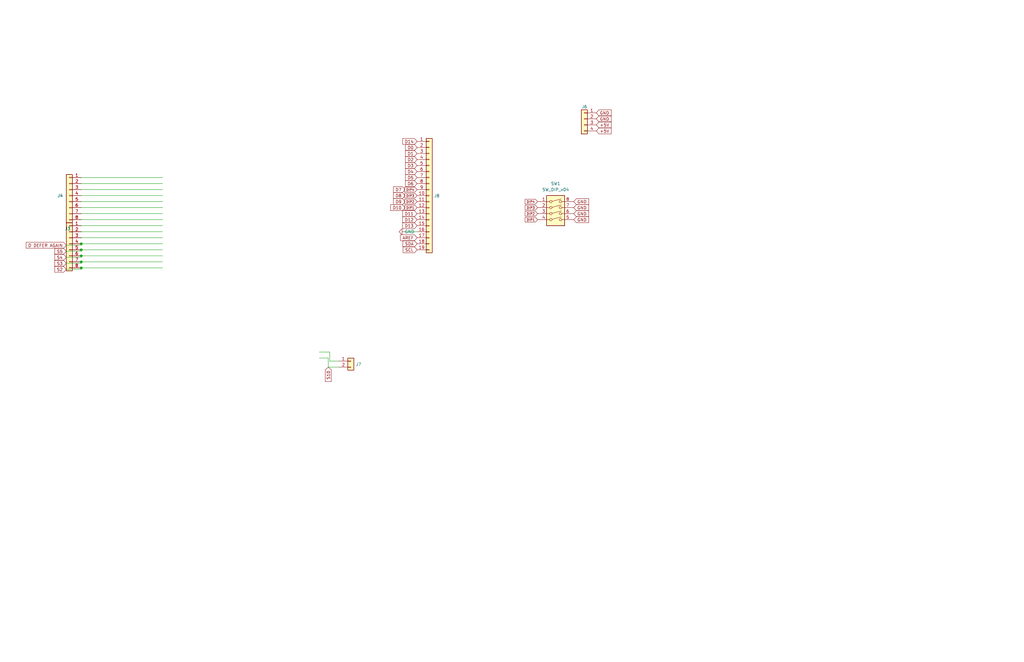
<source format=kicad_sch>
(kicad_sch (version 20230121) (generator eeschema)
  (paper "User" 431.8 279.4)
  (lib_symbols
    (symbol "Connector_Generic:Conn_01x02" (pin_names (offset 1.016) hide)
      (property "Reference" "J" (at 0 2.54 0))
      (property "Value" "Conn_01x02" (at 0 -5.08 0))
      (symbol "Conn_01x02_1_1"
        (rectangle (start -1.27 -2.413) (end 0 -2.667) (stroke (width 0.1524)))
        (rectangle (start -1.27 0.127) (end 0 -0.127) (stroke (width 0.1524)))
        (rectangle (start -1.27 1.27) (end 1.27 -3.81) (stroke (width 0.254)) (fill (type background)))
        (pin passive line (at -5.08 0 0) (length 3.81) (name "Pin_1") (number "1"))
        (pin passive line (at -5.08 -2.54 0) (length 3.81) (name "Pin_2") (number "2"))
      )
    )
    (symbol "Connector_Generic:Conn_01x04" (pin_names (offset 1.016) hide)
      (property "Reference" "J" (at 0 5.08 0))
      (property "Value" "Conn_01x04" (at 0 -7.62 0))
      (symbol "Conn_01x04_1_1"
        (rectangle (start -1.27 -4.953) (end 0 -5.207) (stroke (width 0.1524)))
        (rectangle (start -1.27 -2.413) (end 0 -2.667) (stroke (width 0.1524)))
        (rectangle (start -1.27 0.127) (end 0 -0.127) (stroke (width 0.1524)))
        (rectangle (start -1.27 2.667) (end 0 2.413) (stroke (width 0.1524)))
        (rectangle (start -1.27 3.81) (end 1.27 -6.35) (stroke (width 0.254)) (fill (type background)))
        (pin passive line (at -5.08 2.54 0) (length 3.81) (name "Pin_1") (number "1"))
        (pin passive line (at -5.08 0 0) (length 3.81) (name "Pin_2") (number "2"))
        (pin passive line (at -5.08 -2.54 0) (length 3.81) (name "Pin_3") (number "3"))
        (pin passive line (at -5.08 -5.08 0) (length 3.81) (name "Pin_4") (number "4"))
      )
    )
    (symbol "Connector_Generic:Conn_01x08" (pin_names (offset 1.016) hide)
      (property "Reference" "J" (at 0 10.16 0))
      (property "Value" "Conn_01x08" (at 0 -12.7 0))
      (symbol "Conn_01x08_1_1"
        (rectangle (start -1.27 -10.033) (end 0 -10.287) (stroke (width 0.1524)))
        (rectangle (start -1.27 -7.493) (end 0 -7.747) (stroke (width 0.1524)))
        (rectangle (start -1.27 -4.953) (end 0 -5.207) (stroke (width 0.1524)))
        (rectangle (start -1.27 -2.413) (end 0 -2.667) (stroke (width 0.1524)))
        (rectangle (start -1.27 0.127) (end 0 -0.127) (stroke (width 0.1524)))
        (rectangle (start -1.27 2.667) (end 0 2.413) (stroke (width 0.1524)))
        (rectangle (start -1.27 5.207) (end 0 4.953) (stroke (width 0.1524)))
        (rectangle (start -1.27 7.747) (end 0 7.493) (stroke (width 0.1524)))
        (rectangle (start -1.27 8.89) (end 1.27 -11.43) (stroke (width 0.254)) (fill (type background)))
        (pin passive line (at -5.08 7.62 0) (length 3.81) (name "Pin_1") (number "1"))
        (pin passive line (at -5.08 5.08 0) (length 3.81) (name "Pin_2") (number "2"))
        (pin passive line (at -5.08 2.54 0) (length 3.81) (name "Pin_3") (number "3"))
        (pin passive line (at -5.08 0 0) (length 3.81) (name "Pin_4") (number "4"))
        (pin passive line (at -5.08 -2.54 0) (length 3.81) (name "Pin_5") (number "5"))
        (pin passive line (at -5.08 -5.08 0) (length 3.81) (name "Pin_6") (number "6"))
        (pin passive line (at -5.08 -7.62 0) (length 3.81) (name "Pin_7") (number "7"))
        (pin passive line (at -5.08 -10.16 0) (length 3.81) (name "Pin_8") (number "8"))
      )
    )
    (symbol "Connector_Generic:Conn_01x19" (pin_names (offset 1.016) hide)
      (property "Reference" "J" (at 0 25.4 0))
      (property "Value" "Conn_01x19" (at 0 -25.4 0))
      (symbol "Conn_01x19_1_1"
        (rectangle (start -1.27 -22.733) (end 0 -22.987) (stroke (width 0.1524)))
        (rectangle (start -1.27 -20.193) (end 0 -20.447) (stroke (width 0.1524)))
        (rectangle (start -1.27 -17.653) (end 0 -17.907) (stroke (width 0.1524)))
        (rectangle (start -1.27 -15.113) (end 0 -15.367) (stroke (width 0.1524)))
        (rectangle (start -1.27 -12.573) (end 0 -12.827) (stroke (width 0.1524)))
        (rectangle (start -1.27 -10.033) (end 0 -10.287) (stroke (width 0.1524)))
        (rectangle (start -1.27 -7.493) (end 0 -7.747) (stroke (width 0.1524)))
        (rectangle (start -1.27 -4.953) (end 0 -5.207) (stroke (width 0.1524)))
        (rectangle (start -1.27 -2.413) (end 0 -2.667) (stroke (width 0.1524)))
        (rectangle (start -1.27 0.127) (end 0 -0.127) (stroke (width 0.1524)))
        (rectangle (start -1.27 2.667) (end 0 2.413) (stroke (width 0.1524)))
        (rectangle (start -1.27 5.207) (end 0 4.953) (stroke (width 0.1524)))
        (rectangle (start -1.27 7.747) (end 0 7.493) (stroke (width 0.1524)))
        (rectangle (start -1.27 10.287) (end 0 10.033) (stroke (width 0.1524)))
        (rectangle (start -1.27 12.827) (end 0 12.573) (stroke (width 0.1524)))
        (rectangle (start -1.27 15.367) (end 0 15.113) (stroke (width 0.1524)))
        (rectangle (start -1.27 17.907) (end 0 17.653) (stroke (width 0.1524)))
        (rectangle (start -1.27 20.447) (end 0 20.193) (stroke (width 0.1524)))
        (rectangle (start -1.27 22.987) (end 0 22.733) (stroke (width 0.1524)))
        (rectangle (start -1.27 24.13) (end 1.27 -24.13) (stroke (width 0.254)) (fill (type background)))
        (pin passive line (at -5.08 22.86 0) (length 3.81) (name "Pin_1") (number "1"))
        (pin passive line (at -5.08 0 0) (length 3.81) (name "Pin_10") (number "10"))
        (pin passive line (at -5.08 -2.54 0) (length 3.81) (name "Pin_11") (number "11"))
        (pin passive line (at -5.08 -5.08 0) (length 3.81) (name "Pin_12") (number "12"))
        (pin passive line (at -5.08 -7.62 0) (length 3.81) (name "Pin_13") (number "13"))
        (pin passive line (at -5.08 -10.16 0) (length 3.81) (name "Pin_14") (number "14"))
        (pin passive line (at -5.08 -12.7 0) (length 3.81) (name "Pin_15") (number "15"))
        (pin passive line (at -5.08 -15.24 0) (length 3.81) (name "Pin_16") (number "16"))
        (pin passive line (at -5.08 -17.78 0) (length 3.81) (name "Pin_17") (number "17"))
        (pin passive line (at -5.08 -20.32 0) (length 3.81) (name "Pin_18") (number "18"))
        (pin passive line (at -5.08 -22.86 0) (length 3.81) (name "Pin_19") (number "19"))
        (pin passive line (at -5.08 20.32 0) (length 3.81) (name "Pin_2") (number "2"))
        (pin passive line (at -5.08 17.78 0) (length 3.81) (name "Pin_3") (number "3"))
        (pin passive line (at -5.08 15.24 0) (length 3.81) (name "Pin_4") (number "4"))
        (pin passive line (at -5.08 12.7 0) (length 3.81) (name "Pin_5") (number "5"))
        (pin passive line (at -5.08 10.16 0) (length 3.81) (name "Pin_6") (number "6"))
        (pin passive line (at -5.08 7.62 0) (length 3.81) (name "Pin_7") (number "7"))
        (pin passive line (at -5.08 5.08 0) (length 3.81) (name "Pin_8") (number "8"))
        (pin passive line (at -5.08 2.54 0) (length 3.81) (name "Pin_9") (number "9"))
      )
    )
    (symbol "Switch:SW_DIP_x04" (pin_names (offset 0) hide)
      (property "Reference" "SW" (at 0 8.89 0))
      (property "Value" "SW_DIP_x04" (at 0 -6.35 0))
      (symbol "SW_DIP_x04_0_0"
        (circle (center -2.032 -2.54) (radius 0.508))
        (circle (center -2.032 0) (radius 0.508))
        (circle (center -2.032 2.54) (radius 0.508))
        (circle (center -2.032 5.08) (radius 0.508))
        (polyline (pts (xy -1.524 -2.3876) (xy 2.3622 -1.3462)))
        (polyline (pts (xy -1.524 0.127) (xy 2.3622 1.1684)))
        (polyline (pts (xy -1.524 2.667) (xy 2.3622 3.7084)))
        (polyline (pts (xy -1.524 5.207) (xy 2.3622 6.2484)))
        (circle (center 2.032 -2.54) (radius 0.508))
        (circle (center 2.032 0) (radius 0.508))
        (circle (center 2.032 2.54) (radius 0.508))
        (circle (center 2.032 5.08) (radius 0.508))
      )
      (symbol "SW_DIP_x04_0_1"
        (rectangle (start -3.81 7.62) (end 3.81 -5.08) (stroke (width 0.254)) (fill (type background)))
      )
      (symbol "SW_DIP_x04_1_1"
        (pin passive line (at -7.62 5.08 0) (length 5.08) (name "~") (number "1"))
        (pin passive line (at -7.62 2.54 0) (length 5.08) (name "~") (number "2"))
        (pin passive line (at -7.62 0 0) (length 5.08) (name "~") (number "3"))
        (pin passive line (at -7.62 -2.54 0) (length 5.08) (name "~") (number "4"))
        (pin passive line (at 7.62 -2.54 180) (length 5.08) (name "~") (number "5"))
        (pin passive line (at 7.62 0 180) (length 5.08) (name "~") (number "6"))
        (pin passive line (at 7.62 2.54 180) (length 5.08) (name "~") (number "7"))
        (pin passive line (at 7.62 5.08 180) (length 5.08) (name "~") (number "8"))
      )
    )
    (symbol "power:GND" (power) (pin_names (offset 0))
      (property "Value" "GND" (at 0 -3.81 0))
      (symbol "GND_0_1"
        (polyline (pts (xy 0 0) (xy 0 -1.27) (xy 1.27 -1.27) (xy 0 -2.54) (xy -1.27 -1.27) (xy 0 -1.27)))
      )
      (symbol "GND_1_1"
        (pin power_in line (at 0 0 270) (length 0) hide (name "GND") (number "1"))
      )
    )
  )
  (junction (at 34.29 107.95))
  (junction (at 34.29 110.49))
  (junction (at 34.29 113.03))
  (junction (at 34.29 105.41))
  (junction (at 34.29 102.87))
  (wire (pts (xy 34.29 82.55) (xy 68.58 82.55)))
  (wire (pts (xy 34.29 92.71) (xy 68.58 92.71)))
  (wire (pts (xy 142.875 154.94) (xy 138.43 154.94)))
  (wire (pts (xy 34.29 105.41) (xy 34.29 106.045)))
  (wire (pts (xy 34.29 90.17) (xy 68.58 90.17)))
  (wire (pts (xy 34.29 107.95) (xy 34.29 108.585)))
  (wire (pts (xy 34.29 103.505) (xy 27.94 103.505)))
  (wire (pts (xy 34.29 100.33) (xy 68.58 100.33)))
  (wire (pts (xy 34.29 87.63) (xy 68.58 87.63)))
  (wire (pts (xy 139.065 152.4) (xy 142.875 152.4)))
  (wire (pts (xy 34.29 113.665) (xy 27.94 113.665)))
  (wire (pts (xy 34.29 111.125) (xy 27.94 111.125)))
  (wire (pts (xy 34.29 113.03) (xy 34.29 113.665)))
  (wire (pts (xy 34.29 106.045) (xy 27.94 106.045)))
  (wire (pts (xy 34.29 97.79) (xy 68.58 97.79)))
  (wire (pts (xy 34.29 105.41) (xy 68.58 105.41)))
  (wire (pts (xy 34.29 80.01) (xy 68.58 80.01)))
  (wire (pts (xy 34.29 110.49) (xy 68.58 110.49)))
  (wire (pts (xy 138.43 154.94) (xy 138.43 151.13)))
  (wire (pts (xy 34.29 107.95) (xy 68.58 107.95)))
  (wire (pts (xy 34.29 108.585) (xy 27.94 108.585)))
  (wire (pts (xy 170.815 97.79) (xy 175.895 97.79)))
  (wire (pts (xy 34.29 74.93) (xy 68.58 74.93)))
  (wire (pts (xy 34.29 102.87) (xy 68.58 102.87)))
  (wire (pts (xy 139.065 152.4) (xy 139.065 148.59)))
  (wire (pts (xy 34.29 113.03) (xy 68.58 113.03)))
  (wire (pts (xy 139.065 148.59) (xy 134.62 148.59)))
  (wire (pts (xy 34.29 110.49) (xy 34.29 111.125)))
  (wire (pts (xy 138.43 151.13) (xy 134.62 151.13)))
  (wire (pts (xy 34.29 77.47) (xy 68.58 77.47)))
  (wire (pts (xy 34.29 95.25) (xy 68.58 95.25)))
  (wire (pts (xy 34.29 102.87) (xy 34.29 103.505)))
  (wire (pts (xy 34.29 85.09) (xy 68.58 85.09)))
  (global_label "DIP3" (shape input) (at 226.695 87.63 180) (effects (font (size 0.9906 0.9906))) (property "Intersheetrefs" "${INTERSHEET_REFS}" (effects hide)))
  (global_label "GND" (shape input) (at 241.935 92.71 0) (property "Intersheetrefs" "${INTERSHEET_REFS}" (effects hide)))
  (global_label "GND" (shape input) (at 241.935 87.63 0) (property "Intersheetrefs" "${INTERSHEET_REFS}" (effects hide)))
  (global_label "D DEFER AGAIN" (shape input) (at 27.94 103.505 180) (property "Intersheetrefs" "${INTERSHEET_REFS}" (effects hide)))
  (global_label "+5V" (shape input) (at 251.46 55.245 0) (property "Intersheetrefs" "${INTERSHEET_REFS}" (effects hide)))
  (global_label "D3" (shape input) (at 175.895 69.85 180) (property "Intersheetrefs" "${INTERSHEET_REFS}" (effects hide)))
  (global_label "GND" (shape input) (at 251.46 50.165 0) (property "Intersheetrefs" "${INTERSHEET_REFS}" (effects hide)))
  (global_label "AREF" (shape input) (at 175.895 100.33 180) (property "Intersheetrefs" "${INTERSHEET_REFS}" (effects hide)))
  (global_label "SDA" (shape input) (at 175.895 102.87 180) (property "Intersheetrefs" "${INTERSHEET_REFS}" (effects hide)))
  (global_label "S5" (shape input) (at 27.94 106.045 180) (property "Intersheetrefs" "${INTERSHEET_REFS}" (effects hide)))
  (global_label "D2" (shape input) (at 175.895 67.31 180) (property "Intersheetrefs" "${INTERSHEET_REFS}" (effects hide)))
  (global_label "D1" (shape input) (at 175.895 64.77 180) (property "Intersheetrefs" "${INTERSHEET_REFS}" (effects hide)))
  (global_label "SCL" (shape input) (at 175.895 105.41 180) (property "Intersheetrefs" "${INTERSHEET_REFS}" (effects hide)))
  (global_label "D10" (shape input) (at 170.815 87.63 180) (property "Intersheetrefs" "${INTERSHEET_REFS}" (effects hide)))
  (global_label "S2" (shape input) (at 27.94 113.665 180) (property "Intersheetrefs" "${INTERSHEET_REFS}" (effects hide)))
  (global_label "DIP1" (shape input) (at 226.695 92.71 180) (effects (font (size 0.9906 0.9906))) (property "Intersheetrefs" "${INTERSHEET_REFS}" (effects hide)))
  (global_label "D11" (shape input) (at 175.895 90.17 180) (property "Intersheetrefs" "${INTERSHEET_REFS}" (effects hide)))
  (global_label "S4" (shape input) (at 27.94 108.585 180) (property "Intersheetrefs" "${INTERSHEET_REFS}" (effects hide)))
  (global_label "D9" (shape input) (at 170.815 85.09 180) (property "Intersheetrefs" "${INTERSHEET_REFS}" (effects hide)))
  (global_label "D5" (shape input) (at 175.895 74.93 180) (property "Intersheetrefs" "${INTERSHEET_REFS}" (effects hide)))
  (global_label "D13" (shape input) (at 175.895 95.25 180) (property "Intersheetrefs" "${INTERSHEET_REFS}" (effects hide)))
  (global_label "GND" (shape input) (at 251.46 47.625 0) (property "Intersheetrefs" "${INTERSHEET_REFS}" (effects hide)))
  (global_label "+5V" (shape input) (at 251.46 52.705 0) (property "Intersheetrefs" "${INTERSHEET_REFS}" (effects hide)))
  (global_label "D14" (shape input) (at 175.895 59.69 180) (property "Intersheetrefs" "${INTERSHEET_REFS}" (effects hide)))
  (global_label "DIP3" (shape input) (at 175.895 82.55 180) (effects (font (size 0.9906 0.9906))) (property "Intersheetrefs" "${INTERSHEET_REFS}" (effects hide)))
  (global_label "D6" (shape input) (at 175.895 77.47 180) (property "Intersheetrefs" "${INTERSHEET_REFS}" (effects hide)))
  (global_label "DIP2" (shape input) (at 226.695 90.17 180) (effects (font (size 0.9906 0.9906))) (property "Intersheetrefs" "${INTERSHEET_REFS}" (effects hide)))
  (global_label "DIP2" (shape input) (at 175.895 85.09 180) (effects (font (size 0.9906 0.9906))) (property "Intersheetrefs" "${INTERSHEET_REFS}" (effects hide)))
  (global_label "D4" (shape input) (at 175.895 72.39 180) (property "Intersheetrefs" "${INTERSHEET_REFS}" (effects hide)))
  (global_label "GND" (shape input) (at 241.935 85.09 0) (property "Intersheetrefs" "${INTERSHEET_REFS}" (effects hide)))
  (global_label "S10" (shape input) (at 138.43 154.94 270) (property "Intersheetrefs" "${INTERSHEET_REFS}" (effects hide)))
  (global_label "DIP1" (shape input) (at 175.895 87.63 180) (effects (font (size 0.9906 0.9906))) (property "Intersheetrefs" "${INTERSHEET_REFS}" (effects hide)))
  (global_label "D0" (shape input) (at 175.895 62.23 180) (property "Intersheetrefs" "${INTERSHEET_REFS}" (effects hide)))
  (global_label "DIP4" (shape input) (at 226.695 85.09 180) (effects (font (size 0.9906 0.9906))) (property "Intersheetrefs" "${INTERSHEET_REFS}" (effects hide)))
  (global_label "D8" (shape input) (at 170.815 82.55 180) (property "Intersheetrefs" "${INTERSHEET_REFS}" (effects hide)))
  (global_label "DIP4" (shape input) (at 175.895 80.01 180) (effects (font (size 0.9906 0.9906))) (property "Intersheetrefs" "${INTERSHEET_REFS}" (effects hide)))
  (global_label "S3" (shape input) (at 27.94 111.125 180) (property "Intersheetrefs" "${INTERSHEET_REFS}" (effects hide)))
  (global_label "D12" (shape input) (at 175.895 92.71 180) (property "Intersheetrefs" "${INTERSHEET_REFS}" (effects hide)))
  (global_label "D7" (shape input) (at 170.815 80.01 180) (property "Intersheetrefs" "${INTERSHEET_REFS}" (effects hide)))
  (global_label "GND" (shape input) (at 241.935 90.17 0) (property "Intersheetrefs" "${INTERSHEET_REFS}" (effects hide)))
  (symbol (lib_id "Connector_Generic:Conn_01x08") (at 29.21 102.87 0) (mirror y) (unit 1)
    (property "Reference" "J3" (at 28.575 96.52 0))
    (property "Value" "Conn_01x08" (effects hide))
    (property "Footprint" "port_nova:PinHeader_1x08_P2.54mm_Vertical" (effects hide))
  )
  (symbol (lib_id "Connector_Generic:Conn_01x08") (at 29.21 82.55 0) (mirror y) (unit 1)
    (property "Reference" "J4" (at 25.4 82.55 0))
    (property "Value" "Conn_01x08" (effects hide))
    (property "Footprint" "port_nova:PinHeader_1x08_P2.54mm_Vertical" (effects hide))
  )
  (symbol (lib_id "Connector_Generic:Conn_01x02") (at 147.955 152.4 0) (unit 1)
    (property "Reference" "J7" (at 149.987 153.7716 0) (effects (justify left)))
    (property "Value" "Conn_01x02" (effects hide))
    (property "Footprint" "port_nova:PinHeader_1x02_P2.54mm_Vertical" (effects hide))
  )
  (symbol (lib_id "Connector_Generic:Conn_01x19") (at 180.975 82.55 0) (unit 1)
    (property "Reference" "J8" (at 183.007 82.6516 0) (effects (justify left)))
    (property "Value" "Conn_01x19" (effects hide))
    (property "Footprint" "port_nova:PinHeader_1x19_P2.54mm_Vertical" (effects hide))
  )
  (symbol (lib_id "Connector_Generic:Conn_01x04") (at 246.38 50.165 0) (mirror y) (unit 1)
    (property "Reference" "J6" (at 247.65 45.085 0) (effects (justify left)))
    (property "Value" "Conn_01x04" (effects hide))
    (property "Footprint" "port_nova:PinHeader_1x04_P2.54mm_Vertical" (effects hide))
  )
  (symbol (lib_id "power:GND") (at 170.815 97.79 270) (unit 1)
    (property "Reference" "#PWR0101" (effects hide))
    (property "Value" "GND" (at 172.72 97.79 90))
  )
  (symbol (lib_id "Switch:SW_DIP_x04") (at 234.315 90.17 0) (unit 1)
    (property "Reference" "SW1" (at 234.315 77.47 0))
    (property "Value" "SW_DIP_x04" (at 234.315 80.01 0))
    (property "Footprint" "Package_DIP:DIP-8_W7.62mm" (effects hide))
  )
)
</source>
